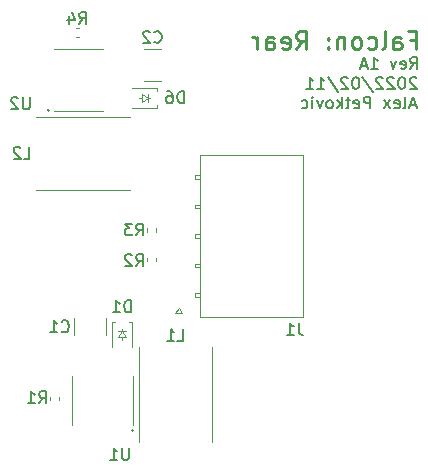
<source format=gbo>
G04 #@! TF.GenerationSoftware,KiCad,Pcbnew,(6.0.0)*
G04 #@! TF.CreationDate,2022-02-11T23:35:21-05:00*
G04 #@! TF.ProjectId,FalconRear,46616c63-6f6e-4526-9561-722e6b696361,1A*
G04 #@! TF.SameCoordinates,Original*
G04 #@! TF.FileFunction,Legend,Bot*
G04 #@! TF.FilePolarity,Positive*
%FSLAX46Y46*%
G04 Gerber Fmt 4.6, Leading zero omitted, Abs format (unit mm)*
G04 Created by KiCad (PCBNEW (6.0.0)) date 2022-02-11 23:35:21*
%MOMM*%
%LPD*%
G01*
G04 APERTURE LIST*
%ADD10C,0.150000*%
%ADD11C,0.250000*%
%ADD12C,0.120000*%
G04 APERTURE END LIST*
D10*
X165112023Y-82649859D02*
X165064404Y-82602240D01*
X164969166Y-82554620D01*
X164731071Y-82554620D01*
X164635833Y-82602240D01*
X164588214Y-82649859D01*
X164540595Y-82745097D01*
X164540595Y-82840335D01*
X164588214Y-82983192D01*
X165159642Y-83554620D01*
X164540595Y-83554620D01*
X163921547Y-82554620D02*
X163826309Y-82554620D01*
X163731071Y-82602240D01*
X163683452Y-82649859D01*
X163635833Y-82745097D01*
X163588214Y-82935573D01*
X163588214Y-83173668D01*
X163635833Y-83364144D01*
X163683452Y-83459382D01*
X163731071Y-83507001D01*
X163826309Y-83554620D01*
X163921547Y-83554620D01*
X164016785Y-83507001D01*
X164064404Y-83459382D01*
X164112023Y-83364144D01*
X164159642Y-83173668D01*
X164159642Y-82935573D01*
X164112023Y-82745097D01*
X164064404Y-82649859D01*
X164016785Y-82602240D01*
X163921547Y-82554620D01*
X163207261Y-82649859D02*
X163159642Y-82602240D01*
X163064404Y-82554620D01*
X162826309Y-82554620D01*
X162731071Y-82602240D01*
X162683452Y-82649859D01*
X162635833Y-82745097D01*
X162635833Y-82840335D01*
X162683452Y-82983192D01*
X163254880Y-83554620D01*
X162635833Y-83554620D01*
X162254880Y-82649859D02*
X162207261Y-82602240D01*
X162112023Y-82554620D01*
X161873928Y-82554620D01*
X161778690Y-82602240D01*
X161731071Y-82649859D01*
X161683452Y-82745097D01*
X161683452Y-82840335D01*
X161731071Y-82983192D01*
X162302500Y-83554620D01*
X161683452Y-83554620D01*
X160540595Y-82507001D02*
X161397738Y-83792716D01*
X160016785Y-82554620D02*
X159921547Y-82554620D01*
X159826309Y-82602240D01*
X159778690Y-82649859D01*
X159731071Y-82745097D01*
X159683452Y-82935573D01*
X159683452Y-83173668D01*
X159731071Y-83364144D01*
X159778690Y-83459382D01*
X159826309Y-83507001D01*
X159921547Y-83554620D01*
X160016785Y-83554620D01*
X160112023Y-83507001D01*
X160159642Y-83459382D01*
X160207261Y-83364144D01*
X160254880Y-83173668D01*
X160254880Y-82935573D01*
X160207261Y-82745097D01*
X160159642Y-82649859D01*
X160112023Y-82602240D01*
X160016785Y-82554620D01*
X159302500Y-82649859D02*
X159254880Y-82602240D01*
X159159642Y-82554620D01*
X158921547Y-82554620D01*
X158826309Y-82602240D01*
X158778690Y-82649859D01*
X158731071Y-82745097D01*
X158731071Y-82840335D01*
X158778690Y-82983192D01*
X159350119Y-83554620D01*
X158731071Y-83554620D01*
X157588214Y-82507001D02*
X158445357Y-83792716D01*
X156731071Y-83554620D02*
X157302500Y-83554620D01*
X157016785Y-83554620D02*
X157016785Y-82554620D01*
X157112023Y-82697478D01*
X157207261Y-82792716D01*
X157302500Y-82840335D01*
X155778690Y-83554620D02*
X156350119Y-83554620D01*
X156064404Y-83554620D02*
X156064404Y-82554620D01*
X156159642Y-82697478D01*
X156254880Y-82792716D01*
X156350119Y-82840335D01*
X165062023Y-84902684D02*
X164585833Y-84902684D01*
X165157261Y-85188398D02*
X164823928Y-84188398D01*
X164490595Y-85188398D01*
X164014404Y-85188398D02*
X164109642Y-85140779D01*
X164157261Y-85045541D01*
X164157261Y-84188398D01*
X163252500Y-85140779D02*
X163347738Y-85188398D01*
X163538214Y-85188398D01*
X163633452Y-85140779D01*
X163681071Y-85045541D01*
X163681071Y-84664589D01*
X163633452Y-84569351D01*
X163538214Y-84521732D01*
X163347738Y-84521732D01*
X163252500Y-84569351D01*
X163204880Y-84664589D01*
X163204880Y-84759827D01*
X163681071Y-84855065D01*
X162871547Y-85188398D02*
X162347738Y-84521732D01*
X162871547Y-84521732D02*
X162347738Y-85188398D01*
X161204880Y-85188398D02*
X161204880Y-84188398D01*
X160823928Y-84188398D01*
X160728690Y-84236018D01*
X160681071Y-84283637D01*
X160633452Y-84378875D01*
X160633452Y-84521732D01*
X160681071Y-84616970D01*
X160728690Y-84664589D01*
X160823928Y-84712208D01*
X161204880Y-84712208D01*
X159823928Y-85140779D02*
X159919166Y-85188398D01*
X160109642Y-85188398D01*
X160204880Y-85140779D01*
X160252500Y-85045541D01*
X160252500Y-84664589D01*
X160204880Y-84569351D01*
X160109642Y-84521732D01*
X159919166Y-84521732D01*
X159823928Y-84569351D01*
X159776309Y-84664589D01*
X159776309Y-84759827D01*
X160252500Y-84855065D01*
X159490595Y-84521732D02*
X159109642Y-84521732D01*
X159347738Y-84188398D02*
X159347738Y-85045541D01*
X159300119Y-85140779D01*
X159204880Y-85188398D01*
X159109642Y-85188398D01*
X158776309Y-85188398D02*
X158776309Y-84188398D01*
X158681071Y-84807446D02*
X158395357Y-85188398D01*
X158395357Y-84521732D02*
X158776309Y-84902684D01*
X157823928Y-85188398D02*
X157919166Y-85140779D01*
X157966785Y-85093160D01*
X158014404Y-84997922D01*
X158014404Y-84712208D01*
X157966785Y-84616970D01*
X157919166Y-84569351D01*
X157823928Y-84521732D01*
X157681071Y-84521732D01*
X157585833Y-84569351D01*
X157538214Y-84616970D01*
X157490595Y-84712208D01*
X157490595Y-84997922D01*
X157538214Y-85093160D01*
X157585833Y-85140779D01*
X157681071Y-85188398D01*
X157823928Y-85188398D01*
X157157261Y-84521732D02*
X156919166Y-85188398D01*
X156681071Y-84521732D01*
X156300119Y-85188398D02*
X156300119Y-84521732D01*
X156300119Y-84188398D02*
X156347738Y-84236018D01*
X156300119Y-84283637D01*
X156252500Y-84236018D01*
X156300119Y-84188398D01*
X156300119Y-84283637D01*
X155395357Y-85140779D02*
X155490595Y-85188398D01*
X155681071Y-85188398D01*
X155776309Y-85140779D01*
X155823928Y-85093160D01*
X155871547Y-84997922D01*
X155871547Y-84712208D01*
X155823928Y-84616970D01*
X155776309Y-84569351D01*
X155681071Y-84521732D01*
X155490595Y-84521732D01*
X155395357Y-84569351D01*
X164592976Y-81854620D02*
X164926309Y-81378430D01*
X165164404Y-81854620D02*
X165164404Y-80854620D01*
X164783452Y-80854620D01*
X164688214Y-80902240D01*
X164640595Y-80949859D01*
X164592976Y-81045097D01*
X164592976Y-81187954D01*
X164640595Y-81283192D01*
X164688214Y-81330811D01*
X164783452Y-81378430D01*
X165164404Y-81378430D01*
X163783452Y-81807001D02*
X163878690Y-81854620D01*
X164069166Y-81854620D01*
X164164404Y-81807001D01*
X164212023Y-81711763D01*
X164212023Y-81330811D01*
X164164404Y-81235573D01*
X164069166Y-81187954D01*
X163878690Y-81187954D01*
X163783452Y-81235573D01*
X163735833Y-81330811D01*
X163735833Y-81426049D01*
X164212023Y-81521287D01*
X163402500Y-81187954D02*
X163164404Y-81854620D01*
X162926309Y-81187954D01*
X161259642Y-81854620D02*
X161831071Y-81854620D01*
X161545357Y-81854620D02*
X161545357Y-80854620D01*
X161640595Y-80997478D01*
X161735833Y-81092716D01*
X161831071Y-81140335D01*
X160878690Y-81568906D02*
X160402500Y-81568906D01*
X160973928Y-81854620D02*
X160640595Y-80854620D01*
X160307261Y-81854620D01*
D11*
X164580357Y-79392857D02*
X165080357Y-79392857D01*
X165080357Y-80178571D02*
X165080357Y-78678571D01*
X164366071Y-78678571D01*
X163151785Y-80178571D02*
X163151785Y-79392857D01*
X163223214Y-79250000D01*
X163366071Y-79178571D01*
X163651785Y-79178571D01*
X163794642Y-79250000D01*
X163151785Y-80107142D02*
X163294642Y-80178571D01*
X163651785Y-80178571D01*
X163794642Y-80107142D01*
X163866071Y-79964285D01*
X163866071Y-79821428D01*
X163794642Y-79678571D01*
X163651785Y-79607142D01*
X163294642Y-79607142D01*
X163151785Y-79535714D01*
X162223214Y-80178571D02*
X162366071Y-80107142D01*
X162437500Y-79964285D01*
X162437500Y-78678571D01*
X161008928Y-80107142D02*
X161151785Y-80178571D01*
X161437500Y-80178571D01*
X161580357Y-80107142D01*
X161651785Y-80035714D01*
X161723214Y-79892857D01*
X161723214Y-79464285D01*
X161651785Y-79321428D01*
X161580357Y-79250000D01*
X161437500Y-79178571D01*
X161151785Y-79178571D01*
X161008928Y-79250000D01*
X160151785Y-80178571D02*
X160294642Y-80107142D01*
X160366071Y-80035714D01*
X160437500Y-79892857D01*
X160437500Y-79464285D01*
X160366071Y-79321428D01*
X160294642Y-79250000D01*
X160151785Y-79178571D01*
X159937500Y-79178571D01*
X159794642Y-79250000D01*
X159723214Y-79321428D01*
X159651785Y-79464285D01*
X159651785Y-79892857D01*
X159723214Y-80035714D01*
X159794642Y-80107142D01*
X159937500Y-80178571D01*
X160151785Y-80178571D01*
X159008928Y-79178571D02*
X159008928Y-80178571D01*
X159008928Y-79321428D02*
X158937500Y-79250000D01*
X158794642Y-79178571D01*
X158580357Y-79178571D01*
X158437500Y-79250000D01*
X158366071Y-79392857D01*
X158366071Y-80178571D01*
X157651785Y-80035714D02*
X157580357Y-80107142D01*
X157651785Y-80178571D01*
X157723214Y-80107142D01*
X157651785Y-80035714D01*
X157651785Y-80178571D01*
X157651785Y-79250000D02*
X157580357Y-79321428D01*
X157651785Y-79392857D01*
X157723214Y-79321428D01*
X157651785Y-79250000D01*
X157651785Y-79392857D01*
X154937500Y-80178571D02*
X155437500Y-79464285D01*
X155794642Y-80178571D02*
X155794642Y-78678571D01*
X155223214Y-78678571D01*
X155080357Y-78750000D01*
X155008928Y-78821428D01*
X154937500Y-78964285D01*
X154937500Y-79178571D01*
X155008928Y-79321428D01*
X155080357Y-79392857D01*
X155223214Y-79464285D01*
X155794642Y-79464285D01*
X153723214Y-80107142D02*
X153866071Y-80178571D01*
X154151785Y-80178571D01*
X154294642Y-80107142D01*
X154366071Y-79964285D01*
X154366071Y-79392857D01*
X154294642Y-79250000D01*
X154151785Y-79178571D01*
X153866071Y-79178571D01*
X153723214Y-79250000D01*
X153651785Y-79392857D01*
X153651785Y-79535714D01*
X154366071Y-79678571D01*
X152366071Y-80178571D02*
X152366071Y-79392857D01*
X152437500Y-79250000D01*
X152580357Y-79178571D01*
X152866071Y-79178571D01*
X153008928Y-79250000D01*
X152366071Y-80107142D02*
X152508928Y-80178571D01*
X152866071Y-80178571D01*
X153008928Y-80107142D01*
X153080357Y-79964285D01*
X153080357Y-79821428D01*
X153008928Y-79678571D01*
X152866071Y-79607142D01*
X152508928Y-79607142D01*
X152366071Y-79535714D01*
X151651785Y-80178571D02*
X151651785Y-79178571D01*
X151651785Y-79464285D02*
X151580357Y-79321428D01*
X151508928Y-79250000D01*
X151366071Y-79178571D01*
X151223214Y-79178571D01*
D10*
X132361904Y-84252380D02*
X132361904Y-85061904D01*
X132314285Y-85157142D01*
X132266666Y-85204761D01*
X132171428Y-85252380D01*
X131980952Y-85252380D01*
X131885714Y-85204761D01*
X131838095Y-85157142D01*
X131790476Y-85061904D01*
X131790476Y-84252380D01*
X131361904Y-84347619D02*
X131314285Y-84300000D01*
X131219047Y-84252380D01*
X130980952Y-84252380D01*
X130885714Y-84300000D01*
X130838095Y-84347619D01*
X130790476Y-84442857D01*
X130790476Y-84538095D01*
X130838095Y-84680952D01*
X131409523Y-85252380D01*
X130790476Y-85252380D01*
X141366666Y-95952380D02*
X141700000Y-95476190D01*
X141938095Y-95952380D02*
X141938095Y-94952380D01*
X141557142Y-94952380D01*
X141461904Y-95000000D01*
X141414285Y-95047619D01*
X141366666Y-95142857D01*
X141366666Y-95285714D01*
X141414285Y-95380952D01*
X141461904Y-95428571D01*
X141557142Y-95476190D01*
X141938095Y-95476190D01*
X141033333Y-94952380D02*
X140414285Y-94952380D01*
X140747619Y-95333333D01*
X140604761Y-95333333D01*
X140509523Y-95380952D01*
X140461904Y-95428571D01*
X140414285Y-95523809D01*
X140414285Y-95761904D01*
X140461904Y-95857142D01*
X140509523Y-95904761D01*
X140604761Y-95952380D01*
X140890476Y-95952380D01*
X140985714Y-95904761D01*
X141033333Y-95857142D01*
X144866666Y-104852380D02*
X145342857Y-104852380D01*
X145342857Y-103852380D01*
X144009523Y-104852380D02*
X144580952Y-104852380D01*
X144295238Y-104852380D02*
X144295238Y-103852380D01*
X144390476Y-103995238D01*
X144485714Y-104090476D01*
X144580952Y-104138095D01*
X131866666Y-89452380D02*
X132342857Y-89452380D01*
X132342857Y-88452380D01*
X131580952Y-88547619D02*
X131533333Y-88500000D01*
X131438095Y-88452380D01*
X131200000Y-88452380D01*
X131104761Y-88500000D01*
X131057142Y-88547619D01*
X131009523Y-88642857D01*
X131009523Y-88738095D01*
X131057142Y-88880952D01*
X131628571Y-89452380D01*
X131009523Y-89452380D01*
X136566666Y-78052380D02*
X136900000Y-77576190D01*
X137138095Y-78052380D02*
X137138095Y-77052380D01*
X136757142Y-77052380D01*
X136661904Y-77100000D01*
X136614285Y-77147619D01*
X136566666Y-77242857D01*
X136566666Y-77385714D01*
X136614285Y-77480952D01*
X136661904Y-77528571D01*
X136757142Y-77576190D01*
X137138095Y-77576190D01*
X135709523Y-77385714D02*
X135709523Y-78052380D01*
X135947619Y-77004761D02*
X136185714Y-77719047D01*
X135566666Y-77719047D01*
X135066666Y-104057142D02*
X135114285Y-104104761D01*
X135257142Y-104152380D01*
X135352380Y-104152380D01*
X135495238Y-104104761D01*
X135590476Y-104009523D01*
X135638095Y-103914285D01*
X135685714Y-103723809D01*
X135685714Y-103580952D01*
X135638095Y-103390476D01*
X135590476Y-103295238D01*
X135495238Y-103200000D01*
X135352380Y-103152380D01*
X135257142Y-103152380D01*
X135114285Y-103200000D01*
X135066666Y-103247619D01*
X134114285Y-104152380D02*
X134685714Y-104152380D01*
X134400000Y-104152380D02*
X134400000Y-103152380D01*
X134495238Y-103295238D01*
X134590476Y-103390476D01*
X134685714Y-103438095D01*
X145438095Y-84752380D02*
X145438095Y-83752380D01*
X145200000Y-83752380D01*
X145057142Y-83800000D01*
X144961904Y-83895238D01*
X144914285Y-83990476D01*
X144866666Y-84180952D01*
X144866666Y-84323809D01*
X144914285Y-84514285D01*
X144961904Y-84609523D01*
X145057142Y-84704761D01*
X145200000Y-84752380D01*
X145438095Y-84752380D01*
X144009523Y-83752380D02*
X144200000Y-83752380D01*
X144295238Y-83800000D01*
X144342857Y-83847619D01*
X144438095Y-83990476D01*
X144485714Y-84180952D01*
X144485714Y-84561904D01*
X144438095Y-84657142D01*
X144390476Y-84704761D01*
X144295238Y-84752380D01*
X144104761Y-84752380D01*
X144009523Y-84704761D01*
X143961904Y-84657142D01*
X143914285Y-84561904D01*
X143914285Y-84323809D01*
X143961904Y-84228571D01*
X144009523Y-84180952D01*
X144104761Y-84133333D01*
X144295238Y-84133333D01*
X144390476Y-84180952D01*
X144438095Y-84228571D01*
X144485714Y-84323809D01*
X142916666Y-79557142D02*
X142964285Y-79604761D01*
X143107142Y-79652380D01*
X143202380Y-79652380D01*
X143345238Y-79604761D01*
X143440476Y-79509523D01*
X143488095Y-79414285D01*
X143535714Y-79223809D01*
X143535714Y-79080952D01*
X143488095Y-78890476D01*
X143440476Y-78795238D01*
X143345238Y-78700000D01*
X143202380Y-78652380D01*
X143107142Y-78652380D01*
X142964285Y-78700000D01*
X142916666Y-78747619D01*
X142535714Y-78747619D02*
X142488095Y-78700000D01*
X142392857Y-78652380D01*
X142154761Y-78652380D01*
X142059523Y-78700000D01*
X142011904Y-78747619D01*
X141964285Y-78842857D01*
X141964285Y-78938095D01*
X142011904Y-79080952D01*
X142583333Y-79652380D01*
X141964285Y-79652380D01*
X141366666Y-98552380D02*
X141700000Y-98076190D01*
X141938095Y-98552380D02*
X141938095Y-97552380D01*
X141557142Y-97552380D01*
X141461904Y-97600000D01*
X141414285Y-97647619D01*
X141366666Y-97742857D01*
X141366666Y-97885714D01*
X141414285Y-97980952D01*
X141461904Y-98028571D01*
X141557142Y-98076190D01*
X141938095Y-98076190D01*
X140985714Y-97647619D02*
X140938095Y-97600000D01*
X140842857Y-97552380D01*
X140604761Y-97552380D01*
X140509523Y-97600000D01*
X140461904Y-97647619D01*
X140414285Y-97742857D01*
X140414285Y-97838095D01*
X140461904Y-97980952D01*
X141033333Y-98552380D01*
X140414285Y-98552380D01*
X133166666Y-110152380D02*
X133500000Y-109676190D01*
X133738095Y-110152380D02*
X133738095Y-109152380D01*
X133357142Y-109152380D01*
X133261904Y-109200000D01*
X133214285Y-109247619D01*
X133166666Y-109342857D01*
X133166666Y-109485714D01*
X133214285Y-109580952D01*
X133261904Y-109628571D01*
X133357142Y-109676190D01*
X133738095Y-109676190D01*
X132214285Y-110152380D02*
X132785714Y-110152380D01*
X132500000Y-110152380D02*
X132500000Y-109152380D01*
X132595238Y-109295238D01*
X132690476Y-109390476D01*
X132785714Y-109438095D01*
X155133333Y-103352380D02*
X155133333Y-104066666D01*
X155180952Y-104209523D01*
X155276190Y-104304761D01*
X155419047Y-104352380D01*
X155514285Y-104352380D01*
X154133333Y-104352380D02*
X154704761Y-104352380D01*
X154419047Y-104352380D02*
X154419047Y-103352380D01*
X154514285Y-103495238D01*
X154609523Y-103590476D01*
X154704761Y-103638095D01*
X140938095Y-102452380D02*
X140938095Y-101452380D01*
X140700000Y-101452380D01*
X140557142Y-101500000D01*
X140461904Y-101595238D01*
X140414285Y-101690476D01*
X140366666Y-101880952D01*
X140366666Y-102023809D01*
X140414285Y-102214285D01*
X140461904Y-102309523D01*
X140557142Y-102404761D01*
X140700000Y-102452380D01*
X140938095Y-102452380D01*
X139414285Y-102452380D02*
X139985714Y-102452380D01*
X139700000Y-102452380D02*
X139700000Y-101452380D01*
X139795238Y-101595238D01*
X139890476Y-101690476D01*
X139985714Y-101738095D01*
X140761904Y-113952380D02*
X140761904Y-114761904D01*
X140714285Y-114857142D01*
X140666666Y-114904761D01*
X140571428Y-114952380D01*
X140380952Y-114952380D01*
X140285714Y-114904761D01*
X140238095Y-114857142D01*
X140190476Y-114761904D01*
X140190476Y-113952380D01*
X139190476Y-114952380D02*
X139761904Y-114952380D01*
X139476190Y-114952380D02*
X139476190Y-113952380D01*
X139571428Y-114095238D01*
X139666666Y-114190476D01*
X139761904Y-114238095D01*
D12*
X138557800Y-85403500D02*
X134392200Y-85403500D01*
X134392200Y-80196500D02*
X138557800Y-80196500D01*
X134035720Y-85350000D02*
G75*
G03*
X134035720Y-85350000I-110720J0D01*
G01*
X133925000Y-85350000D02*
G75*
G03*
X133925000Y-85350000I0J0D01*
G01*
X142330115Y-95336359D02*
X142330115Y-95643641D01*
X143090115Y-95336359D02*
X143090115Y-95643641D01*
X147794500Y-105416600D02*
X147794500Y-113416600D01*
X141594500Y-105416600D02*
X141594500Y-113416600D01*
X140900000Y-92100000D02*
X132900000Y-92100000D01*
X140900000Y-85900000D02*
X132900000Y-85900000D01*
X136246359Y-79180000D02*
X136553641Y-79180000D01*
X136246359Y-78420000D02*
X136553641Y-78420000D01*
X136140000Y-102938748D02*
X136140000Y-104361252D01*
X138860000Y-102938748D02*
X138860000Y-104361252D01*
X143150000Y-85150000D02*
X141000000Y-85150000D01*
X143150000Y-85150000D02*
X143150000Y-84900000D01*
X141850000Y-83950000D02*
X141850000Y-84650000D01*
X142350000Y-84300000D02*
X142550000Y-84300000D01*
X141850000Y-84300000D02*
X141600000Y-84300000D01*
X142350000Y-84300000D02*
X141850000Y-83950000D01*
X143150000Y-83450000D02*
X143150000Y-83700000D01*
X142350000Y-83950000D02*
X142350000Y-84650000D01*
X141850000Y-84650000D02*
X142350000Y-84300000D01*
X143150000Y-83450000D02*
X141000000Y-83450000D01*
X143461252Y-82860000D02*
X142038748Y-82860000D01*
X143461252Y-80140000D02*
X142038748Y-80140000D01*
X142330115Y-97836359D02*
X142330115Y-98143641D01*
X143090115Y-97836359D02*
X143090115Y-98143641D01*
X134120000Y-109913641D02*
X134120000Y-109606359D01*
X134880000Y-109913641D02*
X134880000Y-109606359D01*
X146360000Y-90850000D02*
X146810000Y-90850000D01*
X146810000Y-98650000D02*
X146360000Y-98650000D01*
X146360000Y-101150000D02*
X146360000Y-100850000D01*
X145300000Y-102534264D02*
X144700000Y-102534264D01*
X146810000Y-100850000D02*
X146810000Y-101150000D01*
X146360000Y-100850000D02*
X146810000Y-100850000D01*
X146810000Y-91150000D02*
X146360000Y-91150000D01*
X146810000Y-95850000D02*
X146810000Y-96150000D01*
X146360000Y-93650000D02*
X146360000Y-93350000D01*
X146810000Y-89170000D02*
X155490000Y-89170000D01*
X146810000Y-96150000D02*
X146360000Y-96150000D01*
X146810000Y-93350000D02*
X146810000Y-93650000D01*
X146360000Y-98350000D02*
X146810000Y-98350000D01*
X144700000Y-102534264D02*
X145000000Y-102110000D01*
X155490000Y-102830000D02*
X146810000Y-102830000D01*
X146360000Y-95850000D02*
X146810000Y-95850000D01*
X146360000Y-91150000D02*
X146360000Y-90850000D01*
X146810000Y-98350000D02*
X146810000Y-98650000D01*
X146810000Y-93650000D02*
X146360000Y-93650000D01*
X146810000Y-90850000D02*
X146810000Y-91150000D01*
X146810000Y-101150000D02*
X146360000Y-101150000D01*
X146360000Y-96150000D02*
X146360000Y-95850000D01*
X146360000Y-93350000D02*
X146810000Y-93350000D01*
X145000000Y-102110000D02*
X145300000Y-102534264D01*
X146810000Y-102830000D02*
X146810000Y-89170000D01*
X146360000Y-98650000D02*
X146360000Y-98350000D01*
X155490000Y-89170000D02*
X155490000Y-102830000D01*
X139350000Y-103250000D02*
X139350000Y-105400000D01*
X141050000Y-103250000D02*
X141050000Y-105400000D01*
X139350000Y-103250000D02*
X139600000Y-103250000D01*
X141050000Y-103250000D02*
X140800000Y-103250000D01*
X140200000Y-104050000D02*
X139850000Y-104550000D01*
X140550000Y-104550000D02*
X140200000Y-104050000D01*
X139850000Y-104050000D02*
X140550000Y-104050000D01*
X140200000Y-104550000D02*
X140200000Y-104800000D01*
X139850000Y-104550000D02*
X140550000Y-104550000D01*
X140200000Y-104050000D02*
X140200000Y-103850000D01*
X141123000Y-107833800D02*
X141123000Y-111999400D01*
X135916000Y-111999400D02*
X135916000Y-107833800D01*
X141069500Y-112466600D02*
G75*
G03*
X141069500Y-112466600I0J0D01*
G01*
X141180220Y-112466600D02*
G75*
G03*
X141180220Y-112466600I-110720J0D01*
G01*
M02*

</source>
